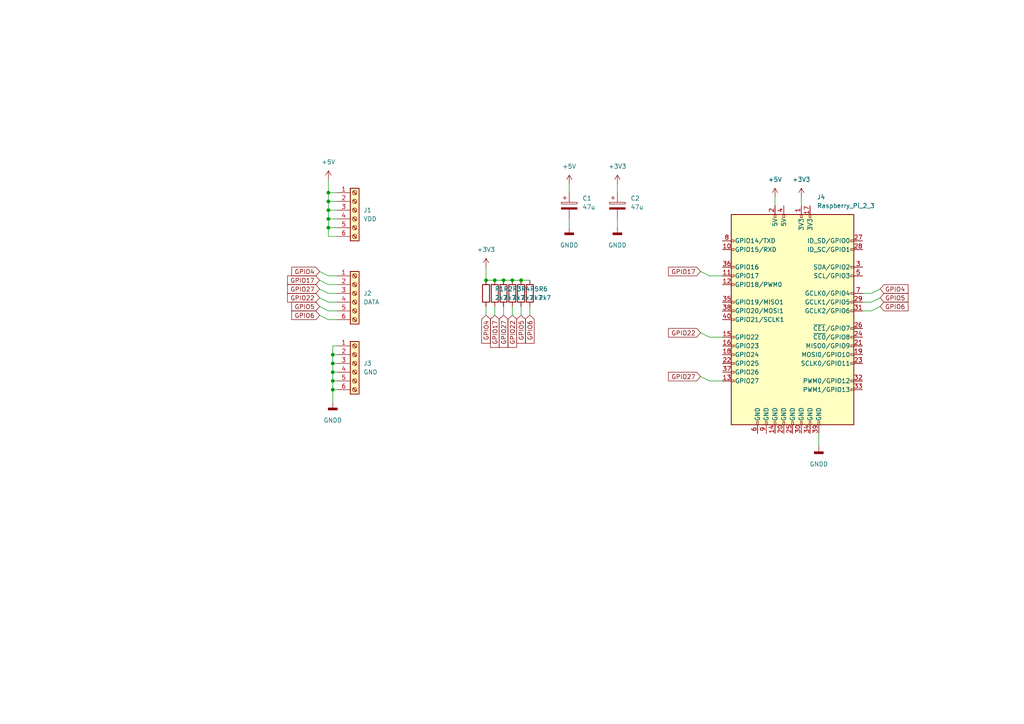
<source format=kicad_sch>
(kicad_sch (version 20211123) (generator eeschema)
  (paper "A4")
  (title_block (title "Raspberry Pi 1-wire multi-shield") (date "2022-01-03") (rev "1.0") (company "knulpi"))
  (lib_symbols
    (symbol "Connector:Raspberry_Pi_2_3" (pin_names (offset 1.016))
      (property "Reference" "J" (at -17.78 31.75 0))
      (property "Value" "Raspberry_Pi_2_3" (at 10.16 -31.75 0))
      (symbol "Raspberry_Pi_2_3_0_1"
        (rectangle (start -17.78 30.48) (end 17.78 -30.48) (stroke (width 0.254)) (fill (type background)))
      )
      (symbol "Raspberry_Pi_2_3_1_1"
        (rectangle (start -16.891 -17.526) (end -17.78 -18.034))
        (rectangle (start -16.891 -14.986) (end -17.78 -15.494))
        (rectangle (start -16.891 -12.446) (end -17.78 -12.954))
        (rectangle (start -16.891 -9.906) (end -17.78 -10.414))
        (rectangle (start -16.891 -7.366) (end -17.78 -7.874))
        (rectangle (start -16.891 -4.826) (end -17.78 -5.334))
        (rectangle (start -16.891 0.254) (end -17.78 -0.254))
        (rectangle (start -16.891 2.794) (end -17.78 2.286))
        (rectangle (start -16.891 5.334) (end -17.78 4.826))
        (rectangle (start -16.891 10.414) (end -17.78 9.906))
        (rectangle (start -16.891 12.954) (end -17.78 12.446))
        (rectangle (start -16.891 15.494) (end -17.78 14.986))
        (rectangle (start -16.891 20.574) (end -17.78 20.066))
        (rectangle (start -16.891 23.114) (end -17.78 22.606))
        (rectangle (start -10.414 -29.591) (end -9.906 -30.48))
        (rectangle (start -7.874 -29.591) (end -7.366 -30.48))
        (rectangle (start -5.334 -29.591) (end -4.826 -30.48))
        (rectangle (start -5.334 30.48) (end -4.826 29.591))
        (rectangle (start -2.794 -29.591) (end -2.286 -30.48))
        (rectangle (start -2.794 30.48) (end -2.286 29.591))
        (rectangle (start -0.254 -29.591) (end 0.254 -30.48))
        (rectangle (start 2.286 -29.591) (end 2.794 -30.48))
        (rectangle (start 2.286 30.48) (end 2.794 29.591))
        (rectangle (start 4.826 -29.591) (end 5.334 -30.48))
        (rectangle (start 4.826 30.48) (end 5.334 29.591))
        (rectangle (start 7.366 -29.591) (end 7.874 -30.48))
        (rectangle (start 17.78 -20.066) (end 16.891 -20.574))
        (rectangle (start 17.78 -17.526) (end 16.891 -18.034))
        (rectangle (start 17.78 -12.446) (end 16.891 -12.954))
        (rectangle (start 17.78 -9.906) (end 16.891 -10.414))
        (rectangle (start 17.78 -7.366) (end 16.891 -7.874))
        (rectangle (start 17.78 -4.826) (end 16.891 -5.334))
        (rectangle (start 17.78 -2.286) (end 16.891 -2.794))
        (rectangle (start 17.78 2.794) (end 16.891 2.286))
        (rectangle (start 17.78 5.334) (end 16.891 4.826))
        (rectangle (start 17.78 7.874) (end 16.891 7.366))
        (rectangle (start 17.78 12.954) (end 16.891 12.446))
        (rectangle (start 17.78 15.494) (end 16.891 14.986))
        (rectangle (start 17.78 20.574) (end 16.891 20.066))
        (rectangle (start 17.78 23.114) (end 16.891 22.606))
        (pin power_in line (at 2.54 33.02 270) (length 2.54) (name "3V3") (number "1"))
        (pin bidirectional line (at -20.32 20.32 0) (length 2.54) (name "GPIO15/RXD") (number "10"))
        (pin bidirectional line (at -20.32 12.7 0) (length 2.54) (name "GPIO17") (number "11"))
        (pin bidirectional line (at -20.32 10.16 0) (length 2.54) (name "GPIO18/PWM0") (number "12"))
        (pin bidirectional line (at -20.32 -17.78 0) (length 2.54) (name "GPIO27") (number "13"))
        (pin power_in line (at -5.08 -33.02 90) (length 2.54) (name "GND") (number "14"))
        (pin bidirectional line (at -20.32 -5.08 0) (length 2.54) (name "GPIO22") (number "15"))
        (pin bidirectional line (at -20.32 -7.62 0) (length 2.54) (name "GPIO23") (number "16"))
        (pin power_in line (at 5.08 33.02 270) (length 2.54) (name "3V3") (number "17"))
        (pin bidirectional line (at -20.32 -10.16 0) (length 2.54) (name "GPIO24") (number "18"))
        (pin bidirectional line (at 20.32 -10.16 180) (length 2.54) (name "MOSI0/GPIO10") (number "19"))
        (pin power_in line (at -5.08 33.02 270) (length 2.54) (name "5V") (number "2"))
        (pin power_in line (at -2.54 -33.02 90) (length 2.54) (name "GND") (number "20"))
        (pin bidirectional line (at 20.32 -7.62 180) (length 2.54) (name "MISO0/GPIO9") (number "21"))
        (pin bidirectional line (at -20.32 -12.7 0) (length 2.54) (name "GPIO25") (number "22"))
        (pin bidirectional line (at 20.32 -12.7 180) (length 2.54) (name "SCLK0/GPIO11") (number "23"))
        (pin bidirectional line (at 20.32 -5.08 180) (length 2.54) (name "~{CE0}/GPIO8") (number "24"))
        (pin power_in line (at 0 -33.02 90) (length 2.54) (name "GND") (number "25"))
        (pin bidirectional line (at 20.32 -2.54 180) (length 2.54) (name "~{CE1}/GPIO7") (number "26"))
        (pin bidirectional line (at 20.32 22.86 180) (length 2.54) (name "ID_SD/GPIO0") (number "27"))
        (pin bidirectional line (at 20.32 20.32 180) (length 2.54) (name "ID_SC/GPIO1") (number "28"))
        (pin bidirectional line (at 20.32 5.08 180) (length 2.54) (name "GCLK1/GPIO5") (number "29"))
        (pin bidirectional line (at 20.32 15.24 180) (length 2.54) (name "SDA/GPIO2") (number "3"))
        (pin power_in line (at 2.54 -33.02 90) (length 2.54) (name "GND") (number "30"))
        (pin bidirectional line (at 20.32 2.54 180) (length 2.54) (name "GCLK2/GPIO6") (number "31"))
        (pin bidirectional line (at 20.32 -17.78 180) (length 2.54) (name "PWM0/GPIO12") (number "32"))
        (pin bidirectional line (at 20.32 -20.32 180) (length 2.54) (name "PWM1/GPIO13") (number "33"))
        (pin power_in line (at 5.08 -33.02 90) (length 2.54) (name "GND") (number "34"))
        (pin bidirectional line (at -20.32 5.08 0) (length 2.54) (name "GPIO19/MISO1") (number "35"))
        (pin bidirectional line (at -20.32 15.24 0) (length 2.54) (name "GPIO16") (number "36"))
        (pin bidirectional line (at -20.32 -15.24 0) (length 2.54) (name "GPIO26") (number "37"))
        (pin bidirectional line (at -20.32 2.54 0) (length 2.54) (name "GPIO20/MOSI1") (number "38"))
        (pin power_in line (at 7.62 -33.02 90) (length 2.54) (name "GND") (number "39"))
        (pin power_in line (at -2.54 33.02 270) (length 2.54) (name "5V") (number "4"))
        (pin bidirectional line (at -20.32 0 0) (length 2.54) (name "GPIO21/SCLK1") (number "40"))
        (pin bidirectional line (at 20.32 12.7 180) (length 2.54) (name "SCL/GPIO3") (number "5"))
        (pin power_in line (at -10.16 -33.02 90) (length 2.54) (name "GND") (number "6"))
        (pin bidirectional line (at 20.32 7.62 180) (length 2.54) (name "GCLK0/GPIO4") (number "7"))
        (pin bidirectional line (at -20.32 22.86 0) (length 2.54) (name "GPIO14/TXD") (number "8"))
        (pin power_in line (at -7.62 -33.02 90) (length 2.54) (name "GND") (number "9"))
      )
    )
    (symbol "Connector:Screw_Terminal_01x06" (pin_names (offset 1.016) hide)
      (property "Reference" "J" (at 0 7.62 0))
      (property "Value" "Screw_Terminal_01x06" (at 0 -10.16 0))
      (symbol "Screw_Terminal_01x06_1_1"
        (rectangle (start -1.27 6.35) (end 1.27 -8.89) (stroke (width 0.254)) (fill (type background)))
        (circle (center 0 -7.62) (radius 0.635) (stroke (width 0.1524)))
        (circle (center 0 -5.08) (radius 0.635) (stroke (width 0.1524)))
        (circle (center 0 -2.54) (radius 0.635) (stroke (width 0.1524)))
        (polyline (pts (xy -0.5334 -7.2898) (xy 0.3302 -8.128)) (stroke (width 0.1524)))
        (polyline (pts (xy -0.5334 -4.7498) (xy 0.3302 -5.588)) (stroke (width 0.1524)))
        (polyline (pts (xy -0.5334 -2.2098) (xy 0.3302 -3.048)) (stroke (width 0.1524)))
        (polyline (pts (xy -0.5334 0.3302) (xy 0.3302 -0.508)) (stroke (width 0.1524)))
        (polyline (pts (xy -0.5334 2.8702) (xy 0.3302 2.032)) (stroke (width 0.1524)))
        (polyline (pts (xy -0.5334 5.4102) (xy 0.3302 4.572)) (stroke (width 0.1524)))
        (polyline (pts (xy -0.3556 -7.112) (xy 0.508 -7.9502)) (stroke (width 0.1524)))
        (polyline (pts (xy -0.3556 -4.572) (xy 0.508 -5.4102)) (stroke (width 0.1524)))
        (polyline (pts (xy -0.3556 -2.032) (xy 0.508 -2.8702)) (stroke (width 0.1524)))
        (polyline (pts (xy -0.3556 0.508) (xy 0.508 -0.3302)) (stroke (width 0.1524)))
        (polyline (pts (xy -0.3556 3.048) (xy 0.508 2.2098)) (stroke (width 0.1524)))
        (polyline (pts (xy -0.3556 5.588) (xy 0.508 4.7498)) (stroke (width 0.1524)))
        (circle (center 0 0) (radius 0.635) (stroke (width 0.1524)))
        (circle (center 0 2.54) (radius 0.635) (stroke (width 0.1524)))
        (circle (center 0 5.08) (radius 0.635) (stroke (width 0.1524)))
        (pin passive line (at -5.08 5.08 0) (length 3.81) (name "Pin_1") (number "1"))
        (pin passive line (at -5.08 2.54 0) (length 3.81) (name "Pin_2") (number "2"))
        (pin passive line (at -5.08 0 0) (length 3.81) (name "Pin_3") (number "3"))
        (pin passive line (at -5.08 -2.54 0) (length 3.81) (name "Pin_4") (number "4"))
        (pin passive line (at -5.08 -5.08 0) (length 3.81) (name "Pin_5") (number "5"))
        (pin passive line (at -5.08 -7.62 0) (length 3.81) (name "Pin_6") (number "6"))
      )
    )
    (symbol "Device:C_Polarized" (pin_numbers hide) (pin_names (offset 0.254))
      (property "Reference" "C" (at 0.635 2.54 0))
      (property "Value" "C_Polarized" (at 0.635 -2.54 0))
      (symbol "C_Polarized_0_1"
        (rectangle (start -2.286 0.508) (end 2.286 1.016))
        (polyline (pts (xy -1.778 2.286) (xy -0.762 2.286)))
        (polyline (pts (xy -1.27 2.794) (xy -1.27 1.778)))
        (rectangle (start 2.286 -0.508) (end -2.286 -1.016) (fill (type outline)))
      )
      (symbol "C_Polarized_1_1"
        (pin passive line (at 0 3.81 270) (length 2.794) (name "~") (number "1"))
        (pin passive line (at 0 -3.81 90) (length 2.794) (name "~") (number "2"))
      )
    )
    (symbol "Device:R" (pin_numbers hide) (pin_names (offset 0))
      (property "Reference" "R" (at 2.032 0 90))
      (property "Value" "R" (at 0 0 90))
      (symbol "R_0_1"
        (rectangle (start -1.016 -2.54) (end 1.016 2.54) (stroke (width 0.254)))
      )
      (symbol "R_1_1"
        (pin passive line (at 0 3.81 270) (length 1.27) (name "~") (number "1"))
        (pin passive line (at 0 -3.81 90) (length 1.27) (name "~") (number "2"))
      )
    )
    (symbol "power:+3V3" (power) (pin_names (offset 0))
      (property "Value" "+3V3" (at 0 3.556 0))
      (symbol "+3V3_0_1"
        (polyline (pts (xy -0.762 1.27) (xy 0 2.54)))
        (polyline (pts (xy 0 0) (xy 0 2.54)))
        (polyline (pts (xy 0 2.54) (xy 0.762 1.27)))
      )
      (symbol "+3V3_1_1"
        (pin power_in line (at 0 0 90) (length 0) hide (name "+3V3") (number "1"))
      )
    )
    (symbol "power:+5V" (power) (pin_names (offset 0))
      (property "Value" "+5V" (at 0 3.556 0))
      (symbol "+5V_0_1"
        (polyline (pts (xy -0.762 1.27) (xy 0 2.54)))
        (polyline (pts (xy 0 0) (xy 0 2.54)))
        (polyline (pts (xy 0 2.54) (xy 0.762 1.27)))
      )
      (symbol "+5V_1_1"
        (pin power_in line (at 0 0 90) (length 0) hide (name "+5V") (number "1"))
      )
    )
    (symbol "power:GNDD" (power) (pin_names (offset 0))
      (property "Value" "GNDD" (at 0 -3.175 0))
      (symbol "GNDD_0_1"
        (rectangle (start -1.27 -1.524) (end 1.27 -2.032) (stroke (width 0.254)) (fill (type outline)))
        (polyline (pts (xy 0 0) (xy 0 -1.524)))
      )
      (symbol "GNDD_1_1"
        (pin power_in line (at 0 0 270) (length 0) hide (name "GNDD") (number "1"))
      )
    )
  )
  (junction (at 96.52 102.87))
  (junction (at 140.97 81.28))
  (junction (at 95.25 55.88))
  (junction (at 95.25 63.5))
  (junction (at 146.05 81.28))
  (junction (at 95.25 58.42))
  (junction (at 96.52 105.41))
  (junction (at 148.59 81.28))
  (junction (at 151.13 81.28))
  (junction (at 96.52 107.95))
  (junction (at 95.25 60.96))
  (junction (at 96.52 113.03))
  (junction (at 96.52 110.49))
  (junction (at 95.25 66.04))
  (junction (at 143.51 81.28))
  (wire (pts (xy 252.73 87.63) (xy 255.27 86.36)))
  (wire (pts (xy 95.25 60.96) (xy 97.79 60.96)))
  (wire (pts (xy 232.41 57.15) (xy 232.41 59.69)))
  (wire (pts (xy 96.52 113.03) (xy 97.79 113.03)))
  (wire (pts (xy 151.13 91.44) (xy 151.13 88.9)))
  (wire (pts (xy 252.73 90.17) (xy 255.27 88.9)))
  (wire (pts (xy 146.05 81.28) (xy 143.51 81.28)))
  (wire (pts (xy 224.79 57.15) (xy 224.79 59.69)))
  (wire (pts (xy 97.79 105.41) (xy 96.52 105.41)))
  (wire (pts (xy 95.25 55.88) (xy 97.79 55.88)))
  (wire (pts (xy 95.25 63.5) (xy 95.25 66.04)))
  (wire (pts (xy 153.67 91.44) (xy 153.67 88.9)))
  (wire (pts (xy 146.05 91.44) (xy 146.05 88.9)))
  (wire (pts (xy 209.55 110.49) (xy 205.74 110.49)))
  (wire (pts (xy 95.25 63.5) (xy 97.79 63.5)))
  (wire (pts (xy 96.52 110.49) (xy 97.79 110.49)))
  (wire (pts (xy 95.25 85.09) (xy 97.79 85.09)))
  (wire (pts (xy 96.52 107.95) (xy 96.52 110.49)))
  (wire (pts (xy 96.52 102.87) (xy 97.79 102.87)))
  (wire (pts (xy 203.2 78.74) (xy 205.74 80.01)))
  (wire (pts (xy 143.51 91.44) (xy 143.51 88.9)))
  (wire (pts (xy 95.25 52.07) (xy 95.25 55.88)))
  (wire (pts (xy 143.51 81.28) (xy 140.97 81.28)))
  (wire (pts (xy 140.97 77.47) (xy 140.97 81.28)))
  (wire (pts (xy 153.67 81.28) (xy 151.13 81.28)))
  (wire (pts (xy 203.2 109.22) (xy 205.74 110.49)))
  (wire (pts (xy 95.25 92.71) (xy 97.79 92.71)))
  (wire (pts (xy 165.1 53.34) (xy 165.1 55.88)))
  (wire (pts (xy 250.19 90.17) (xy 252.73 90.17)))
  (wire (pts (xy 95.25 66.04) (xy 95.25 68.58)))
  (wire (pts (xy 92.71 81.28) (xy 95.25 82.55)))
  (wire (pts (xy 148.59 91.44) (xy 148.59 88.9)))
  (wire (pts (xy 92.71 78.74) (xy 95.25 80.01)))
  (wire (pts (xy 96.52 113.03) (xy 96.52 116.84)))
  (wire (pts (xy 92.71 91.44) (xy 95.25 92.71)))
  (wire (pts (xy 95.25 87.63) (xy 97.79 87.63)))
  (wire (pts (xy 95.25 80.01) (xy 97.79 80.01)))
  (wire (pts (xy 96.52 102.87) (xy 96.52 105.41)))
  (wire (pts (xy 95.25 68.58) (xy 97.79 68.58)))
  (wire (pts (xy 92.71 88.9) (xy 95.25 90.17)))
  (wire (pts (xy 96.52 100.33) (xy 97.79 100.33)))
  (wire (pts (xy 96.52 102.87) (xy 96.52 100.33)))
  (wire (pts (xy 95.25 66.04) (xy 97.79 66.04)))
  (wire (pts (xy 203.2 96.52) (xy 205.74 97.79)))
  (wire (pts (xy 95.25 55.88) (xy 95.25 58.42)))
  (wire (pts (xy 97.79 82.55) (xy 95.25 82.55)))
  (wire (pts (xy 95.25 58.42) (xy 95.25 60.96)))
  (wire (pts (xy 179.07 53.34) (xy 179.07 55.88)))
  (wire (pts (xy 95.25 58.42) (xy 97.79 58.42)))
  (wire (pts (xy 92.71 83.82) (xy 95.25 85.09)))
  (wire (pts (xy 140.97 91.44) (xy 140.97 88.9)))
  (wire (pts (xy 96.52 107.95) (xy 97.79 107.95)))
  (wire (pts (xy 237.49 125.73) (xy 237.49 129.54)))
  (wire (pts (xy 179.07 66.04) (xy 179.07 63.5)))
  (wire (pts (xy 252.73 85.09) (xy 255.27 83.82)))
  (wire (pts (xy 92.71 86.36) (xy 95.25 87.63)))
  (wire (pts (xy 95.25 60.96) (xy 95.25 63.5)))
  (wire (pts (xy 209.55 97.79) (xy 205.74 97.79)))
  (wire (pts (xy 151.13 81.28) (xy 148.59 81.28)))
  (wire (pts (xy 209.55 80.01) (xy 205.74 80.01)))
  (wire (pts (xy 97.79 90.17) (xy 95.25 90.17)))
  (wire (pts (xy 250.19 87.63) (xy 252.73 87.63)))
  (wire (pts (xy 165.1 66.04) (xy 165.1 63.5)))
  (wire (pts (xy 96.52 110.49) (xy 96.52 113.03)))
  (wire (pts (xy 96.52 105.41) (xy 96.52 107.95)))
  (wire (pts (xy 148.59 81.28) (xy 146.05 81.28)))
  (wire (pts (xy 250.19 85.09) (xy 252.73 85.09)))
  (global_label "GPIO17" (shape input) (at 92.71 81.28 180) (property "Intersheet References" "${INTERSHEET_REFS}" (effects hide)))
  (global_label "GPIO17" (shape input) (at 203.2 78.74 180) (property "Intersheet References" "${INTERSHEET_REFS}" (effects hide)))
  (global_label "GPIO6" (shape input) (at 255.27 88.9 0) (property "Intersheet References" "${INTERSHEET_REFS}" (effects hide)))
  (global_label "GPIO17" (shape input) (at 143.51 91.44 270) (property "Intersheet References" "${INTERSHEET_REFS}" (effects hide)))
  (global_label "GPIO4" (shape input) (at 140.97 91.44 270) (property "Intersheet References" "${INTERSHEET_REFS}" (effects hide)))
  (global_label "GPIO5" (shape input) (at 255.27 86.36 0) (property "Intersheet References" "${INTERSHEET_REFS}" (effects hide)))
  (global_label "GPIO5" (shape input) (at 151.13 91.44 270) (property "Intersheet References" "${INTERSHEET_REFS}" (effects hide)))
  (global_label "GPIO4" (shape input) (at 255.27 83.82 0) (property "Intersheet References" "${INTERSHEET_REFS}" (effects hide)))
  (global_label "GPIO4" (shape input) (at 92.71 78.74 180) (property "Intersheet References" "${INTERSHEET_REFS}" (effects hide)))
  (global_label "GPIO22" (shape input) (at 148.59 91.44 270) (property "Intersheet References" "${INTERSHEET_REFS}" (effects hide)))
  (global_label "GPIO6" (shape input) (at 153.67 91.44 270) (property "Intersheet References" "${INTERSHEET_REFS}" (effects hide)))
  (global_label "GPIO27" (shape input) (at 92.71 83.82 180) (property "Intersheet References" "${INTERSHEET_REFS}" (effects hide)))
  (global_label "GPIO22" (shape input) (at 92.71 86.36 180) (property "Intersheet References" "${INTERSHEET_REFS}" (effects hide)))
  (global_label "GPIO6" (shape input) (at 92.71 91.44 180) (property "Intersheet References" "${INTERSHEET_REFS}" (effects hide)))
  (global_label "GPIO27" (shape input) (at 203.2 109.22 180) (property "Intersheet References" "${INTERSHEET_REFS}" (effects hide)))
  (global_label "GPIO5" (shape input) (at 92.71 88.9 180) (property "Intersheet References" "${INTERSHEET_REFS}" (effects hide)))
  (global_label "GPIO27" (shape input) (at 146.05 91.44 270) (property "Intersheet References" "${INTERSHEET_REFS}" (effects hide)))
  (global_label "GPIO22" (shape input) (at 203.2 96.52 180) (property "Intersheet References" "${INTERSHEET_REFS}" (effects hide)))
  (symbol (lib_id "Device:R") (at 148.59 85.09 0) (unit 1)
    (property "Reference" "R4" (at 151.13 83.8199 0) (effects (justify left)))
    (property "Value" "2k7" (at 151.13 86.3599 0) (effects (justify left)))
    (property "Footprint" "Resistor_THT:R_Axial_DIN0207_L6.3mm_D2.5mm_P10.16mm_Horizontal" (effects hide))
  )
  (symbol (lib_id "Device:R") (at 153.67 85.09 0) (unit 1)
    (property "Reference" "R6" (at 156.21 83.8199 0) (effects (justify left)))
    (property "Value" "2k7" (at 156.21 86.3599 0) (effects (justify left)))
    (property "Footprint" "Resistor_THT:R_Axial_DIN0207_L6.3mm_D2.5mm_P10.16mm_Horizontal" (effects hide))
  )
  (symbol (lib_id "power:+3V3") (at 179.07 53.34 0) (unit 1)
    (property "Reference" "#PWR06" (effects hide))
    (property "Value" "+3V3" (at 179.07 48.26 0))
  )
  (symbol (lib_id "Connector:Screw_Terminal_01x06") (at 102.87 105.41 0) (unit 1)
    (property "Reference" "J3" (at 105.41 105.4099 0) (effects (justify left)))
    (property "Value" "GND" (at 105.41 107.9499 0) (effects (justify left)))
    (property "Footprint" "TerminalBlock_Phoenix:TerminalBlock_Phoenix_MKDS-1,5-6-5.08_1x06_P5.08mm_Horizontal" (effects hide))
  )
  (symbol (lib_id "Device:C_Polarized") (at 165.1 59.69 0) (unit 1)
    (property "Reference" "C1" (at 168.91 57.5309 0) (effects (justify left)))
    (property "Value" "47u" (at 168.91 60.0709 0) (effects (justify left)))
    (property "Footprint" "Capacitor_THT:CP_Radial_D6.3mm_P2.50mm" (effects hide))
  )
  (symbol (lib_id "power:+3V3") (at 140.97 77.47 0) (unit 1)
    (property "Reference" "#PWR03" (effects hide))
    (property "Value" "+3V3" (at 140.97 72.39 0))
  )
  (symbol (lib_id "power:GNDD") (at 165.1 66.04 0) (unit 1)
    (property "Reference" "#PWR05" (effects hide))
    (property "Value" "GNDD" (at 165.1 71.12 0))
  )
  (symbol (lib_id "Device:R") (at 143.51 85.09 0) (unit 1)
    (property "Reference" "R2" (at 146.05 83.8199 0) (effects (justify left)))
    (property "Value" "2k7" (at 146.05 86.3599 0) (effects (justify left)))
    (property "Footprint" "Resistor_THT:R_Axial_DIN0207_L6.3mm_D2.5mm_P10.16mm_Horizontal" (effects hide))
  )
  (symbol (lib_id "Connector:Screw_Terminal_01x06") (at 102.87 60.96 0) (unit 1)
    (property "Reference" "J1" (at 105.41 60.9599 0) (effects (justify left)))
    (property "Value" "VDD" (at 105.41 63.4999 0) (effects (justify left)))
    (property "Footprint" "TerminalBlock_Phoenix:TerminalBlock_Phoenix_MKDS-1,5-6-5.08_1x06_P5.08mm_Horizontal" (effects hide))
  )
  (symbol (lib_id "power:+5V") (at 224.79 57.15 0) (unit 1)
    (property "Reference" "#PWR09" (effects hide))
    (property "Value" "+5V" (at 224.79 52.07 0))
  )
  (symbol (lib_id "Connector:Raspberry_Pi_2_3") (at 229.87 92.71 0) (unit 1)
    (property "Reference" "J4" (at 236.9694 57.15 0) (effects (justify left)))
    (property "Value" "Raspberry_Pi_2_3" (at 236.9694 59.69 0) (effects (justify left)))
    (property "Footprint" "Connector_PinSocket_2.54mm:PinSocket_2x20_P2.54mm_Vertical" (effects hide))
    (property "Datasheet" "https://www.raspberrypi.org/documentation/hardware/raspberrypi/schematics/rpi_SCH_3bplus_1p0_reduced.pdf" (effects hide))
  )
  (symbol (lib_id "power:+3V3") (at 232.41 57.15 0) (unit 1)
    (property "Reference" "#PWR010" (effects hide))
    (property "Value" "+3V3" (at 232.41 52.07 0))
  )
  (symbol (lib_id "power:+5V") (at 165.1 53.34 0) (unit 1)
    (property "Reference" "#PWR04" (effects hide))
    (property "Value" "+5V" (at 165.1 48.26 0))
  )
  (symbol (lib_id "Device:R") (at 140.97 85.09 0) (unit 1)
    (property "Reference" "R1" (at 143.51 83.8199 0) (effects (justify left)))
    (property "Value" "2k7" (at 143.51 86.3599 0) (effects (justify left)))
    (property "Footprint" "Resistor_THT:R_Axial_DIN0207_L6.3mm_D2.5mm_P10.16mm_Horizontal" (effects hide))
  )
  (symbol (lib_id "Device:C_Polarized") (at 179.07 59.69 0) (unit 1)
    (property "Reference" "C2" (at 182.88 57.5309 0) (effects (justify left)))
    (property "Value" "47u" (at 182.88 60.0709 0) (effects (justify left)))
    (property "Footprint" "Capacitor_THT:CP_Radial_D6.3mm_P2.50mm" (effects hide))
  )
  (symbol (lib_id "power:GNDD") (at 237.49 129.54 0) (unit 1)
    (property "Reference" "#PWR08" (effects hide))
    (property "Value" "GNDD" (at 237.49 134.62 0))
  )
  (symbol (lib_id "power:GNDD") (at 96.52 116.84 0) (unit 1)
    (property "Reference" "#PWR02" (effects hide))
    (property "Value" "GNDD" (at 96.52 121.92 0))
  )
  (symbol (lib_id "power:+5V") (at 95.25 52.07 0) (unit 1)
    (property "Reference" "#PWR01" (effects hide))
    (property "Value" "+5V" (at 95.25 46.99 0))
  )
  (symbol (lib_id "Device:R") (at 151.13 85.09 0) (unit 1)
    (property "Reference" "R5" (at 153.67 83.8199 0) (effects (justify left)))
    (property "Value" "2k7" (at 153.67 86.3599 0) (effects (justify left)))
    (property "Footprint" "Resistor_THT:R_Axial_DIN0207_L6.3mm_D2.5mm_P10.16mm_Horizontal" (effects hide))
  )
  (symbol (lib_id "Device:R") (at 146.05 85.09 0) (unit 1)
    (property "Reference" "R3" (at 148.59 83.8199 0) (effects (justify left)))
    (property "Value" "2k7" (at 148.59 86.3599 0) (effects (justify left)))
    (property "Footprint" "Resistor_THT:R_Axial_DIN0207_L6.3mm_D2.5mm_P10.16mm_Horizontal" (effects hide))
  )
  (symbol (lib_id "power:GNDD") (at 179.07 66.04 0) (unit 1)
    (property "Reference" "#PWR07" (effects hide))
    (property "Value" "GNDD" (at 179.07 71.12 0))
  )
  (symbol (lib_id "Connector:Screw_Terminal_01x06") (at 102.87 85.09 0) (unit 1)
    (property "Reference" "J2" (at 105.41 85.0899 0) (effects (justify left)))
    (property "Value" "DATA" (at 105.41 87.6299 0) (effects (justify left)))
    (property "Footprint" "TerminalBlock_Phoenix:TerminalBlock_Phoenix_MKDS-1,5-6-5.08_1x06_P5.08mm_Horizontal" (effects hide))
  )
)
</source>
